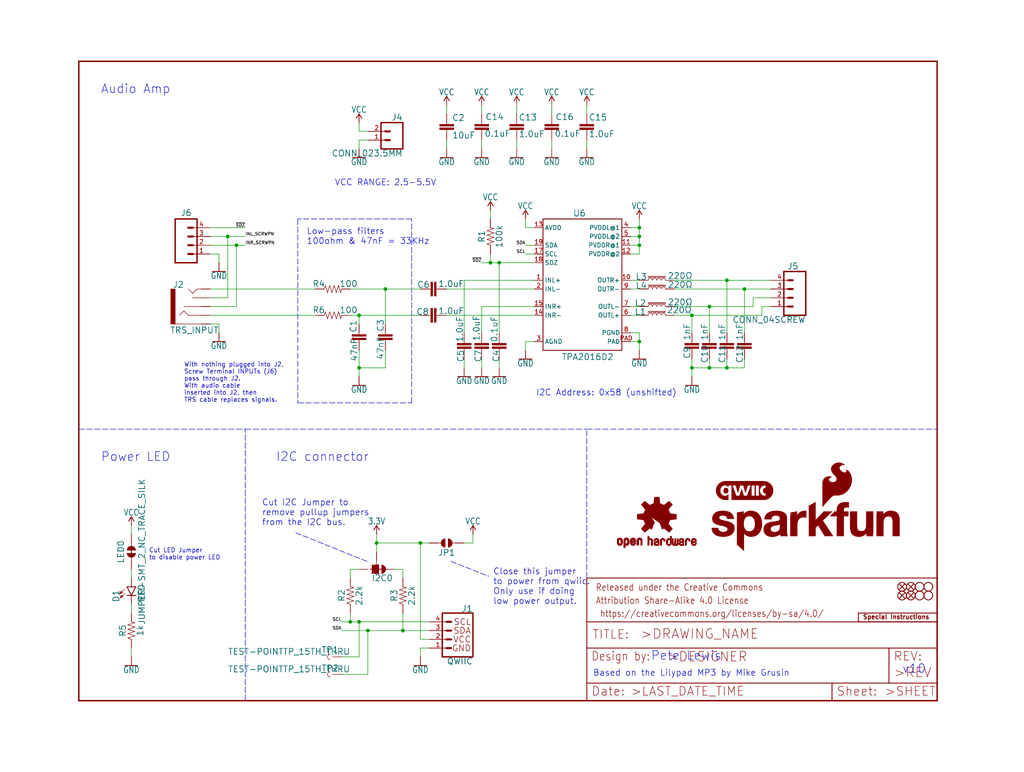
<source format=kicad_sch>
(kicad_sch (version 20211123) (generator eeschema)
  (paper "User" 297.002 223.926)
  (lib_symbols
    (symbol "eagleSchem-eagle-import:0.1UF-0402T-16V-10%-X7R-WE"
      (property "Reference" "C" (at 1.524 2.921 0))
      (property "Value" "0.1UF-0402T-16V-10%-X7R-WE" (at 1.524 -2.159 0))
      (symbol "0.1UF-0402T-16V-10%-X7R-WE_1_0"
        (pin passive line (at 0 5.08 270) (length 2.54) (name "1") (number "1"))
        (pin passive line (at 0 -2.54 90) (length 2.54) (name "2") (number "2"))
      )
    )
    (symbol "eagleSchem-eagle-import:1.0NF{slash}1000PF-0402-25V-10%-X7R"
      (property "Reference" "C" (at 1.524 2.921 0))
      (property "Value" "1.0NF{slash}1000PF-0402-25V-10%-X7R" (at 1.524 -2.159 0))
      (symbol "1.0NF{slash}1000PF-0402-25V-10%-X7R_1_0"
        (pin passive line (at 0 5.08 270) (length 2.54) (name "1") (number "1"))
        (pin passive line (at 0 -2.54 90) (length 2.54) (name "2") (number "2"))
      )
    )
    (symbol "eagleSchem-eagle-import:1.0UF-0402T-16V-10%"
      (property "Reference" "C" (at 1.524 2.921 0))
      (property "Value" "1.0UF-0402T-16V-10%" (at 1.524 -2.159 0))
      (symbol "1.0UF-0402T-16V-10%_1_0"
        (pin passive line (at 0 5.08 270) (length 2.54) (name "1") (number "1"))
        (pin passive line (at 0 -2.54 90) (length 2.54) (name "2") (number "2"))
      )
    )
    (symbol "eagleSchem-eagle-import:100KOHM-0402T-1{slash}16W-1%"
      (property "Reference" "R" (at 0 1.524 0))
      (property "Value" "100KOHM-0402T-1{slash}16W-1%" (at 0 -1.524 0))
      (symbol "100KOHM-0402T-1{slash}16W-1%_1_0"
        (pin passive line (at -5.08 0 0) (length 2.54) (name "1") (number "1"))
        (pin passive line (at 5.08 0 180) (length 2.54) (name "2") (number "2"))
      )
    )
    (symbol "eagleSchem-eagle-import:100OHM-0402-TIGHT-1{slash}16W-1%"
      (property "Reference" "R" (at 0 1.524 0))
      (property "Value" "100OHM-0402-TIGHT-1{slash}16W-1%" (at 0 -1.524 0))
      (symbol "100OHM-0402-TIGHT-1{slash}16W-1%_1_0"
        (pin passive line (at -5.08 0 0) (length 2.54) (name "1") (number "1"))
        (pin passive line (at 5.08 0 180) (length 2.54) (name "2") (number "2"))
      )
    )
    (symbol "eagleSchem-eagle-import:10UF-0805-25V-10%"
      (property "Reference" "C" (at 1.524 2.921 0))
      (property "Value" "10UF-0805-25V-10%" (at 1.524 -2.159 0))
      (symbol "10UF-0805-25V-10%_1_0"
        (pin passive line (at 0 5.08 270) (length 2.54) (name "1") (number "1"))
        (pin passive line (at 0 -2.54 90) (length 2.54) (name "2") (number "2"))
      )
    )
    (symbol "eagleSchem-eagle-import:1KOHM-0402T-1{slash}16W-1%"
      (property "Reference" "R" (at 0 1.524 0))
      (property "Value" "1KOHM-0402T-1{slash}16W-1%" (at 0 -1.524 0))
      (symbol "1KOHM-0402T-1{slash}16W-1%_1_0"
        (pin passive line (at -5.08 0 0) (length 2.54) (name "1") (number "1"))
        (pin passive line (at 5.08 0 180) (length 2.54) (name "2") (number "2"))
      )
    )
    (symbol "eagleSchem-eagle-import:2.2KOHM-0402T-1{slash}16W-1%"
      (property "Reference" "R" (at 0 1.524 0))
      (property "Value" "2.2KOHM-0402T-1{slash}16W-1%" (at 0 -1.524 0))
      (symbol "2.2KOHM-0402T-1{slash}16W-1%_1_0"
        (pin passive line (at -5.08 0 0) (length 2.54) (name "1") (number "1"))
        (pin passive line (at 5.08 0 180) (length 2.54) (name "2") (number "2"))
      )
    )
    (symbol "eagleSchem-eagle-import:3.3V" (power)
      (property "Value" "3.3V" (at 0 2.794 0))
      (symbol "3.3V_1_0"
        (pin power_in line (at 0 0 90) (length 2.54) (name "3.3V") (number "1"))
      )
    )
    (symbol "eagleSchem-eagle-import:47NF-0402_TIGHT-25V-10%-X7R"
      (property "Reference" "C" (at 1.524 2.921 0))
      (property "Value" "47NF-0402_TIGHT-25V-10%-X7R" (at 1.524 -2.159 0))
      (symbol "47NF-0402_TIGHT-25V-10%-X7R_1_0"
        (pin passive line (at 0 5.08 270) (length 2.54) (name "1") (number "1"))
        (pin passive line (at 0 -2.54 90) (length 2.54) (name "2") (number "2"))
      )
    )
    (symbol "eagleSchem-eagle-import:AUDIO_JACK_3.5MM_SMD"
      (property "Reference" "J" (at -5.08 5.588 0))
      (property "Value" "AUDIO_JACK_3.5MM_SMD" (at -5.08 -7.62 0))
      (symbol "AUDIO_JACK_3.5MM_SMD_1_0"
        (pin bidirectional line (at 5.08 2.54 180) (length 2.54) (name "RING") (number "RING"))
        (pin bidirectional line (at 5.08 0 180) (length 2.54) (name "RSH") (number "RSH"))
        (pin bidirectional line (at 5.08 5.08 180) (length 2.54) (name "SLEEVE") (number "SLEEVE"))
        (pin bidirectional line (at 5.08 -5.08 180) (length 2.54) (name "TIP") (number "TIP"))
        (pin bidirectional line (at 5.08 -2.54 180) (length 2.54) (name "TSH") (number "TSH"))
      )
    )
    (symbol "eagleSchem-eagle-import:CONN_023.5MM"
      (property "Reference" "J" (at -2.54 5.588 0))
      (property "Value" "CONN_023.5MM" (at -2.54 -4.826 0))
      (symbol "CONN_023.5MM_1_0"
        (pin passive line (at 7.62 0 180) (length 5.08) (name "1") (number "1"))
        (pin passive line (at 7.62 2.54 180) (length 5.08) (name "2") (number "2"))
      )
    )
    (symbol "eagleSchem-eagle-import:CONN_04SCREW"
      (property "Reference" "J" (at -5.08 8.128 0))
      (property "Value" "CONN_04SCREW" (at -5.08 -7.366 0))
      (symbol "CONN_04SCREW_1_0"
        (pin passive line (at 5.08 -2.54 180) (length 5.08) (name "1") (number "1"))
        (pin passive line (at 5.08 0 180) (length 5.08) (name "2") (number "2"))
        (pin passive line (at 5.08 2.54 180) (length 5.08) (name "3") (number "3"))
        (pin passive line (at 5.08 5.08 180) (length 5.08) (name "4") (number "4"))
      )
    )
    (symbol "eagleSchem-eagle-import:FERRITE_BEAD-0805-220Ω-100MHZ-2A"
      (property "Reference" "FB" (at 1.27 2.54 0))
      (property "Value" "FERRITE_BEAD-0805-220Ω-100MHZ-2A" (at 1.27 -2.54 0))
      (symbol "FERRITE_BEAD-0805-220Ω-100MHZ-2A_1_0"
        (pin passive line (at 0 5.08 270) (length 2.54) (name "1") (number "1"))
        (pin passive line (at 0 -5.08 90) (length 2.54) (name "2") (number "2"))
      )
    )
    (symbol "eagleSchem-eagle-import:FIDUCIAL1X2")
    (symbol "eagleSchem-eagle-import:FRAME-LETTER"
      (symbol "FRAME-LETTER_2_0"
        (text " https://creativecommons.org/licenses/by-sa/4.0/" (at 2.54 24.13 0) (effects (font (size 1.9304 1.6408)) (justify left bottom)))
        (text ">DESIGNER" (at 23.114 11.176 0) (effects (font (size 2.7432 2.7432)) (justify left bottom)))
        (text ">DRAWING_NAME" (at 15.494 17.78 0) (effects (font (size 2.7432 2.7432)) (justify left bottom)))
        (text ">LAST_DATE_TIME" (at 12.7 1.27 0) (effects (font (size 2.54 2.54)) (justify left bottom)))
        (text ">REV" (at 88.9 6.604 0) (effects (font (size 2.7432 2.7432)) (justify left bottom)))
        (text ">SHEET" (at 86.36 1.27 0) (effects (font (size 2.54 2.54)) (justify left bottom)))
        (text "Attribution Share-Alike 4.0 License" (at 2.54 27.94 0) (effects (font (size 1.9304 1.6408)) (justify left bottom)))
        (text "Date:" (at 1.27 1.27 0) (effects (font (size 2.54 2.54)) (justify left bottom)))
        (text "Design by:" (at 1.27 11.43 0) (effects (font (size 2.54 2.159)) (justify left bottom)))
        (text "Released under the Creative Commons" (at 2.54 31.75 0) (effects (font (size 1.9304 1.6408)) (justify left bottom)))
        (text "REV:" (at 88.9 11.43 0) (effects (font (size 2.54 2.54)) (justify left bottom)))
        (text "Sheet:" (at 72.39 1.27 0) (effects (font (size 2.54 2.54)) (justify left bottom)))
        (text "TITLE:" (at 1.524 17.78 0) (effects (font (size 2.54 2.54)) (justify left bottom)))
      )
    )
    (symbol "eagleSchem-eagle-import:GND" (power)
      (property "Value" "GND" (at 0 -0.254 0))
      (symbol "GND_1_0"
        (pin power_in line (at 0 2.54 270) (length 2.54) (name "GND") (number "1"))
      )
    )
    (symbol "eagleSchem-eagle-import:JUMPER-SMT_2_NC_TRACE_SILK"
      (property "Reference" "JP" (at 0 3.048 0))
      (property "Value" "JUMPER-SMT_2_NC_TRACE_SILK" (at 0 -3.048 0))
      (symbol "JUMPER-SMT_2_NC_TRACE_SILK_1_0"
        (pin passive line (at -5.08 0 0) (length 2.54) (name "1") (number "1"))
        (pin passive line (at 5.08 0 180) (length 2.54) (name "2") (number "2"))
      )
    )
    (symbol "eagleSchem-eagle-import:JUMPER-SMT_2_NO_SILK"
      (property "Reference" "JP" (at 0 2.794 0))
      (property "Value" "JUMPER-SMT_2_NO_SILK" (at 0 -2.794 0))
      (symbol "JUMPER-SMT_2_NO_SILK_1_0"
        (pin passive line (at -5.08 0 0) (length 2.54) (name "1") (number "1"))
        (pin passive line (at 5.08 0 180) (length 2.54) (name "2") (number "2"))
      )
    )
    (symbol "eagleSchem-eagle-import:JUMPER-SMT_3_2-NC_TRACE_SILK"
      (property "Reference" "JP" (at 6.096 1.524 0))
      (property "Value" "JUMPER-SMT_3_2-NC_TRACE_SILK" (at 6.858 -1.524 0))
      (symbol "JUMPER-SMT_3_2-NC_TRACE_SILK_1_0"
        (pin passive line (at 0 5.08 270) (length 2.54) (name "1") (number "1"))
        (pin passive line (at -5.08 0 0) (length 2.54) (name "2") (number "2"))
        (pin passive line (at 0 -5.08 90) (length 2.54) (name "3") (number "3"))
      )
    )
    (symbol "eagleSchem-eagle-import:LED-RED0603"
      (property "Reference" "D" (at -3.429 -4.572 90))
      (property "Value" "LED-RED0603" (at 1.905 -4.572 90))
      (symbol "LED-RED0603_1_0"
        (pin passive line (at 0 2.54 270) (length 2.54) (name "A") (number "A"))
        (pin passive line (at 0 -5.08 90) (length 2.54) (name "C") (number "C"))
      )
    )
    (symbol "eagleSchem-eagle-import:OSHW-LOGOS")
    (symbol "eagleSchem-eagle-import:QWIIC_CONNECTORJS-1MM"
      (property "Reference" "J" (at -5.08 7.874 0))
      (property "Value" "QWIIC_CONNECTORJS-1MM" (at -5.08 -5.334 0))
      (symbol "QWIIC_CONNECTORJS-1MM_1_0"
        (text "GND" (at -4.572 -2.54 0) (effects (font (size 1.778 1.778)) (justify left)))
        (text "SCL" (at -4.572 5.08 0) (effects (font (size 1.778 1.778)) (justify left)))
        (text "SDA" (at -4.572 2.54 0) (effects (font (size 1.778 1.778)) (justify left)))
        (text "VCC" (at -4.572 0 0) (effects (font (size 1.778 1.778)) (justify left)))
        (pin power_in line (at 7.62 -2.54 180) (length 5.08) (name "1") (number "1"))
        (pin power_in line (at 7.62 0 180) (length 5.08) (name "2") (number "2"))
        (pin passive line (at 7.62 2.54 180) (length 5.08) (name "3") (number "3"))
        (pin passive line (at 7.62 5.08 180) (length 5.08) (name "4") (number "4"))
      )
    )
    (symbol "eagleSchem-eagle-import:QWIIC_LOGO_4MM")
    (symbol "eagleSchem-eagle-import:SFE_LOGO_NAME_FLAME.1_INCH")
    (symbol "eagleSchem-eagle-import:SPECIAL_INSTRUCTIONS-ORDERING"
      (symbol "SPECIAL_INSTRUCTIONS-ORDERING_1_0"
        (text "Special Instructions" (at 1.27 0.6985 0) (effects (font (size 1.27 1.27) (thickness 0.254) bold) (justify left bottom)))
      )
    )
    (symbol "eagleSchem-eagle-import:STAND-OFFTIGHT")
    (symbol "eagleSchem-eagle-import:TEST-POINTTP_15TH_THRU"
      (property "Reference" "TP" (at -2.54 2.54 0))
      (property "Value" "TEST-POINTTP_15TH_THRU" (at -2.54 -2.54 0))
      (symbol "TEST-POINTTP_15TH_THRU_1_0"
        (pin bidirectional line (at 0 0 180) (length 0) (name "1") (number "1"))
      )
    )
    (symbol "eagleSchem-eagle-import:TPA2016D2RTJ"
      (property "Reference" "U" (at -10.16 18.415 0))
      (property "Value" "TPA2016D2RTJ" (at -10.16 -20.955 0))
      (symbol "TPA2016D2RTJ_1_0"
        (pin input line (at -12.7 0 0) (length 2.54) (name "INL+") (number "1"))
        (pin output line (at 15.24 0 180) (length 2.54) (name "OUTR+") (number "10"))
        (pin power_in line (at 15.24 10.16 180) (length 2.54) (name "PVDDR@1") (number "11"))
        (pin power_in line (at 15.24 7.62 180) (length 2.54) (name "PVDDR@2") (number "12"))
        (pin power_in line (at -12.7 15.24 0) (length 2.54) (name "AVDD") (number "13"))
        (pin input line (at -12.7 -10.16 0) (length 2.54) (name "INR-") (number "14"))
        (pin input line (at -12.7 -7.62 0) (length 2.54) (name "INR+") (number "15"))
        (pin bidirectional line (at -12.7 7.62 0) (length 2.54) (name "SCL") (number "17"))
        (pin input line (at -12.7 5.08 0) (length 2.54) (name "SDZ") (number "18"))
        (pin bidirectional line (at -12.7 10.16 0) (length 2.54) (name "SDA") (number "19"))
        (pin input line (at -12.7 -2.54 0) (length 2.54) (name "INL-") (number "2"))
        (pin power_in line (at -12.7 -17.78 0) (length 2.54) (name "AGND") (number "3"))
        (pin power_in line (at 15.24 15.24 180) (length 2.54) (name "PVDDL@1") (number "4"))
        (pin power_in line (at 15.24 12.7 180) (length 2.54) (name "PVDDL@2") (number "5"))
        (pin output line (at 15.24 -10.16 180) (length 2.54) (name "OUTL+") (number "6"))
        (pin output line (at 15.24 -7.62 180) (length 2.54) (name "OUTL-") (number "7"))
        (pin power_in line (at 15.24 -15.24 180) (length 2.54) (name "PGND") (number "8"))
        (pin output line (at 15.24 -2.54 180) (length 2.54) (name "OUTR-") (number "9"))
        (pin power_in line (at 15.24 -17.78 180) (length 2.54) (name "PAD") (number "PAD"))
      )
    )
    (symbol "eagleSchem-eagle-import:VCC" (power)
      (property "Value" "VCC" (at 0 2.794 0))
      (symbol "VCC_1_0"
        (pin power_in line (at 0 0 90) (length 2.54) (name "VCC") (number "1"))
      )
    )
  )
  (junction (at 185.42 68.58))
  (junction (at 109.22 157.48))
  (junction (at 200.66 106.68))
  (junction (at 104.14 180.34))
  (junction (at 142.24 76.2))
  (junction (at 144.78 76.2))
  (junction (at 68.58 71.12))
  (junction (at 111.76 83.82))
  (junction (at 104.14 106.68))
  (junction (at 104.14 91.44))
  (junction (at 185.42 66.04))
  (junction (at 215.9 83.82))
  (junction (at 121.92 157.48))
  (junction (at 210.82 81.28))
  (junction (at 200.66 91.44))
  (junction (at 116.84 182.88))
  (junction (at 185.42 99.06))
  (junction (at 66.04 68.58))
  (junction (at 205.74 106.68))
  (junction (at 205.74 88.9))
  (junction (at 106.68 182.88))
  (junction (at 210.82 106.68))
  (junction (at 185.42 71.12))
  (junction (at 101.6 180.34))
  (wire (pts (xy 60.96 88.9) (xy 68.58 88.9)))
  (wire (pts (xy 60.96 71.12) (xy 68.58 71.12)))
  (wire (pts (xy 60.96 93.98) (xy 63.5 93.98)))
  (wire (pts (xy 149.86 33.02) (xy 149.86 30.48)))
  (wire (pts (xy 154.94 88.9) (xy 139.7 88.9)))
  (wire (pts (xy 104.14 91.44) (xy 104.14 93.98)))
  (wire (pts (xy 200.66 109.22) (xy 200.66 106.68)))
  (wire (pts (xy 139.7 43.18) (xy 139.7 40.64)))
  (wire (pts (xy 205.74 104.14) (xy 205.74 106.68)))
  (wire (pts (xy 142.24 76.2) (xy 139.7 76.2)))
  (polyline (pts (xy 106.426 162.814) (xy 85.598 154.432)))
  (wire (pts (xy 139.7 104.14) (xy 139.7 106.68)))
  (wire (pts (xy 215.9 106.68) (xy 210.82 106.68)))
  (wire (pts (xy 182.88 66.04) (xy 185.42 66.04)))
  (wire (pts (xy 185.42 99.06) (xy 182.88 99.06)))
  (wire (pts (xy 218.44 86.36) (xy 218.44 88.9)))
  (wire (pts (xy 182.88 96.52) (xy 185.42 96.52)))
  (wire (pts (xy 68.58 71.12) (xy 68.58 88.9)))
  (wire (pts (xy 137.16 157.48) (xy 134.62 157.48)))
  (wire (pts (xy 106.68 182.88) (xy 116.84 182.88)))
  (wire (pts (xy 195.58 91.44) (xy 200.66 91.44)))
  (wire (pts (xy 152.4 66.04) (xy 152.4 63.5)))
  (wire (pts (xy 104.14 40.64) (xy 104.14 43.18)))
  (wire (pts (xy 205.74 96.52) (xy 205.74 88.9)))
  (wire (pts (xy 185.42 99.06) (xy 185.42 101.6)))
  (wire (pts (xy 223.52 86.36) (xy 218.44 86.36)))
  (wire (pts (xy 99.06 182.88) (xy 106.68 182.88)))
  (wire (pts (xy 129.54 33.02) (xy 129.54 30.48)))
  (wire (pts (xy 60.96 66.04) (xy 71.12 66.04)))
  (wire (pts (xy 99.06 190.5) (xy 104.14 190.5)))
  (wire (pts (xy 152.4 101.6) (xy 152.4 99.06)))
  (wire (pts (xy 170.18 40.64) (xy 170.18 43.18)))
  (wire (pts (xy 129.54 40.64) (xy 129.54 43.18)))
  (wire (pts (xy 215.9 104.14) (xy 215.9 106.68)))
  (wire (pts (xy 106.68 195.58) (xy 106.68 182.88)))
  (wire (pts (xy 210.82 104.14) (xy 210.82 106.68)))
  (wire (pts (xy 60.96 86.36) (xy 66.04 86.36)))
  (wire (pts (xy 195.58 81.28) (xy 210.82 81.28)))
  (wire (pts (xy 38.1 177.8) (xy 38.1 175.26)))
  (wire (pts (xy 104.14 190.5) (xy 104.14 180.34)))
  (wire (pts (xy 134.62 104.14) (xy 134.62 106.68)))
  (wire (pts (xy 182.88 68.58) (xy 185.42 68.58)))
  (polyline (pts (xy 22.86 124.46) (xy 71.12 124.46)))
  (wire (pts (xy 99.06 195.58) (xy 106.68 195.58)))
  (wire (pts (xy 121.92 83.82) (xy 111.76 83.82)))
  (wire (pts (xy 111.76 83.82) (xy 111.76 93.98)))
  (wire (pts (xy 185.42 83.82) (xy 182.88 83.82)))
  (polyline (pts (xy 86.36 63.5) (xy 86.36 116.84)))
  (polyline (pts (xy 130.81 162.814) (xy 141.732 167.132)))
  (wire (pts (xy 154.94 81.28) (xy 134.62 81.28)))
  (wire (pts (xy 104.14 180.34) (xy 101.6 180.34)))
  (wire (pts (xy 101.6 83.82) (xy 111.76 83.82)))
  (wire (pts (xy 154.94 66.04) (xy 152.4 66.04)))
  (wire (pts (xy 38.1 165.1) (xy 38.1 167.64)))
  (wire (pts (xy 154.94 91.44) (xy 129.54 91.44)))
  (wire (pts (xy 154.94 73.66) (xy 152.4 73.66)))
  (wire (pts (xy 220.98 91.44) (xy 200.66 91.44)))
  (wire (pts (xy 111.76 106.68) (xy 104.14 106.68)))
  (wire (pts (xy 121.92 185.42) (xy 121.92 157.48)))
  (wire (pts (xy 116.84 165.1) (xy 116.84 167.64)))
  (wire (pts (xy 121.92 91.44) (xy 104.14 91.44)))
  (wire (pts (xy 223.52 81.28) (xy 210.82 81.28)))
  (wire (pts (xy 124.46 182.88) (xy 116.84 182.88)))
  (wire (pts (xy 101.6 165.1) (xy 104.14 165.1)))
  (wire (pts (xy 144.78 106.68) (xy 144.78 104.14)))
  (wire (pts (xy 91.44 83.82) (xy 60.96 83.82)))
  (wire (pts (xy 142.24 63.5) (xy 142.24 60.96)))
  (wire (pts (xy 160.02 43.18) (xy 160.02 40.64)))
  (wire (pts (xy 144.78 76.2) (xy 142.24 76.2)))
  (wire (pts (xy 195.58 83.82) (xy 215.9 83.82)))
  (polyline (pts (xy 170.18 124.46) (xy 271.78 124.46)))
  (wire (pts (xy 220.98 88.9) (xy 220.98 91.44)))
  (polyline (pts (xy 119.38 63.5) (xy 86.36 63.5)))
  (polyline (pts (xy 71.12 203.2) (xy 71.12 124.46)))
  (wire (pts (xy 116.84 177.8) (xy 116.84 182.88)))
  (wire (pts (xy 223.52 88.9) (xy 220.98 88.9)))
  (polyline (pts (xy 86.36 116.84) (xy 119.38 116.84)))
  (wire (pts (xy 109.22 157.48) (xy 109.22 160.02)))
  (wire (pts (xy 200.66 106.68) (xy 200.66 104.14)))
  (wire (pts (xy 114.3 165.1) (xy 116.84 165.1)))
  (wire (pts (xy 170.18 33.02) (xy 170.18 30.48)))
  (wire (pts (xy 101.6 180.34) (xy 99.06 180.34)))
  (wire (pts (xy 106.68 38.1) (xy 104.14 38.1)))
  (wire (pts (xy 91.44 91.44) (xy 60.96 91.44)))
  (wire (pts (xy 68.58 71.12) (xy 71.12 71.12)))
  (wire (pts (xy 182.88 73.66) (xy 185.42 73.66)))
  (wire (pts (xy 160.02 33.02) (xy 160.02 30.48)))
  (wire (pts (xy 144.78 96.52) (xy 144.78 76.2)))
  (wire (pts (xy 101.6 167.64) (xy 101.6 165.1)))
  (wire (pts (xy 218.44 88.9) (xy 205.74 88.9)))
  (wire (pts (xy 185.42 96.52) (xy 185.42 99.06)))
  (wire (pts (xy 139.7 88.9) (xy 139.7 96.52)))
  (wire (pts (xy 66.04 68.58) (xy 71.12 68.58)))
  (polyline (pts (xy 71.12 124.46) (xy 170.18 124.46)))
  (wire (pts (xy 137.16 157.48) (xy 137.16 154.94)))
  (wire (pts (xy 60.96 68.58) (xy 66.04 68.58)))
  (wire (pts (xy 63.5 93.98) (xy 63.5 96.52)))
  (wire (pts (xy 101.6 91.44) (xy 104.14 91.44)))
  (wire (pts (xy 104.14 101.6) (xy 104.14 106.68)))
  (wire (pts (xy 124.46 187.96) (xy 121.92 187.96)))
  (wire (pts (xy 109.22 154.94) (xy 109.22 157.48)))
  (wire (pts (xy 154.94 76.2) (xy 144.78 76.2)))
  (wire (pts (xy 200.66 96.52) (xy 200.66 91.44)))
  (wire (pts (xy 38.1 154.94) (xy 38.1 152.4)))
  (wire (pts (xy 154.94 83.82) (xy 129.54 83.82)))
  (wire (pts (xy 215.9 96.52) (xy 215.9 83.82)))
  (polyline (pts (xy 119.38 116.84) (xy 119.38 63.5)))
  (wire (pts (xy 38.1 190.5) (xy 38.1 187.96)))
  (wire (pts (xy 185.42 66.04) (xy 185.42 63.5)))
  (wire (pts (xy 124.46 180.34) (xy 104.14 180.34)))
  (wire (pts (xy 185.42 73.66) (xy 185.42 71.12)))
  (wire (pts (xy 195.58 88.9) (xy 205.74 88.9)))
  (wire (pts (xy 182.88 91.44) (xy 185.42 91.44)))
  (wire (pts (xy 63.5 73.66) (xy 63.5 76.2)))
  (wire (pts (xy 152.4 99.06) (xy 154.94 99.06)))
  (wire (pts (xy 139.7 33.02) (xy 139.7 30.48)))
  (wire (pts (xy 121.92 187.96) (xy 121.92 190.5)))
  (wire (pts (xy 205.74 106.68) (xy 200.66 106.68)))
  (wire (pts (xy 210.82 106.68) (xy 205.74 106.68)))
  (wire (pts (xy 60.96 73.66) (xy 63.5 73.66)))
  (wire (pts (xy 124.46 185.42) (xy 121.92 185.42)))
  (wire (pts (xy 134.62 81.28) (xy 134.62 96.52)))
  (wire (pts (xy 106.68 40.64) (xy 104.14 40.64)))
  (wire (pts (xy 111.76 101.6) (xy 111.76 106.68)))
  (wire (pts (xy 104.14 38.1) (xy 104.14 35.56)))
  (wire (pts (xy 124.46 157.48) (xy 121.92 157.48)))
  (wire (pts (xy 182.88 71.12) (xy 185.42 71.12)))
  (wire (pts (xy 66.04 68.58) (xy 66.04 86.36)))
  (wire (pts (xy 149.86 40.64) (xy 149.86 43.18)))
  (wire (pts (xy 223.52 83.82) (xy 215.9 83.82)))
  (wire (pts (xy 154.94 71.12) (xy 152.4 71.12)))
  (wire (pts (xy 121.92 157.48) (xy 109.22 157.48)))
  (polyline (pts (xy 170.18 167.64) (xy 170.18 124.46)))
  (wire (pts (xy 185.42 88.9) (xy 182.88 88.9)))
  (wire (pts (xy 185.42 71.12) (xy 185.42 68.58)))
  (wire (pts (xy 104.14 106.68) (xy 104.14 109.22)))
  (wire (pts (xy 142.24 76.2) (xy 142.24 73.66)))
  (wire (pts (xy 210.82 96.52) (xy 210.82 81.28)))
  (wire (pts (xy 185.42 81.28) (xy 182.88 81.28)))
  (wire (pts (xy 185.42 68.58) (xy 185.42 66.04)))
  (wire (pts (xy 101.6 177.8) (xy 101.6 180.34)))
  (text "Audio Amp" (at 29.21 27.432 180) (effects (font (size 2.54 2.54)) (justify left bottom)))
  (text "With nothing plugged into J2,\nScrew Terminal INPUTs (J6)\npass through J2.\nWith audio cable\ninserted into J2, then\nTRS cable replaces signals." (at 53.34 116.84 0) (effects (font (size 1.27 1.27)) (justify left bottom)))
  (text "I2C Address: 0x58 (unshifted)" (at 155.448 115.062 180) (effects (font (size 1.778 1.778)) (justify left bottom)))
  (text "VCC RANGE: 2.5-5.5V" (at 97.028 54.102 180) (effects (font (size 1.778 1.778)) (justify left bottom)))
  (text "Cut I2C Jumper to\nremove pullup jumpers\nfrom the I2C bus." (at 75.946 152.654 0) (effects (font (size 1.778 1.778)) (justify left bottom)))
  (text "Based on the Lilypad MP3 by Mike Grusin" (at 171.958 196.342 180) (effects (font (size 1.778 1.778)) (justify left bottom)))
  (text "Close this jumper\nto power from qwiic.\nOnly use if doing\nlow power output." (at 143.002 175.514 0) (effects (font (size 1.778 1.778)) (justify left bottom)))
  (text "Pete Lewis" (at 188.722 191.77 180) (effects (font (size 2.54 2.54)) (justify left bottom)))
  (text "Cut LED Jumper\nto disable power LED" (at 43.18 162.56 180) (effects (font (size 1.27 1.27)) (justify left bottom)))
  (text "I2C connector" (at 80.01 134.112 180) (effects (font (size 2.54 2.54)) (justify left bottom)))
  (text "Low-pass filters\n100ohm & 47nF = 33KHz" (at 88.9 71.12 180) (effects (font (size 1.778 1.778)) (justify left bottom)))
  (text "Power LED" (at 29.21 134.112 180) (effects (font (size 2.54 2.54)) (justify left bottom)))
  (text "v10" (at 261.62 195.58 180) (effects (font (size 2.54 2.54)) (justify left bottom)))
  (label "INR_SCRWPN" (at 71.12 71.12 0) (effects (font (size 0.889 0.889))))
  (label "~{SDZ}" (at 139.7 76.2 180) (effects (font (size 0.889 0.889))))
  (label "SCL" (at 99.06 180.34 180) (effects (font (size 0.889 0.889))))
  (label "SDA" (at 99.06 182.88 180) (effects (font (size 0.889 0.889))))
  (label "INL_SCRWPN" (at 71.12 68.58 0) (effects (font (size 0.889 0.889))))
  (label "~{SDZ}" (at 71.12 66.04 180) (effects (font (size 0.889 0.889))))
  (label "SDA" (at 152.4 71.12 180) (effects (font (size 0.889 0.889))))
  (label "SCL" (at 152.4 73.66 180) (effects (font (size 0.889 0.889))))
  (symbol (lib_id "eagleSchem-eagle-import:FIDUCIAL1X2") (at 264.16 172.72 0) (unit 1)
    (property "Reference" "FD4" (effects hide))
    (property "Value" "FIDUCIAL1X2" (effects hide))
    (property "Footprint" "eagleSchem:FIDUCIAL-1X2" (effects hide))
  )
  (symbol (lib_id "eagleSchem-eagle-import:FRAME-LETTER") (at 22.86 203.2 0) (unit 1)
    (property "Reference" "FRAME2" (effects hide))
    (property "Value" "FRAME-LETTER" (effects hide))
    (property "Footprint" "eagleSchem:CREATIVE_COMMONS" (effects hide))
  )
  (symbol (lib_id "eagleSchem-eagle-import:VCC") (at 185.42 63.5 0) (unit 1)
    (property "Reference" "#SUPPLY2" (effects hide))
    (property "Value" "VCC" (at 185.42 60.706 0) (effects (font (size 1.778 1.5113)) (justify bottom)))
    (property "Footprint" "eagleSchem:" (effects hide))
  )
  (symbol (lib_id "eagleSchem-eagle-import:VCC") (at 129.54 30.48 0) (unit 1)
    (property "Reference" "#SUPPLY3" (effects hide))
    (property "Value" "VCC" (at 129.54 27.686 0) (effects (font (size 1.778 1.5113)) (justify bottom)))
    (property "Footprint" "eagleSchem:" (effects hide))
  )
  (symbol (lib_id "eagleSchem-eagle-import:TEST-POINTTP_15TH_THRU") (at 99.06 195.58 180) (unit 1)
    (property "Reference" "TP2" (at 98.298 192.786 0) (effects (font (size 1.778 1.778)) (justify left bottom)))
    (property "Value" "TEST-POINTTP_15TH_THRU" (at 101.6 193.04 0) (effects (font (size 1.778 1.778)) (justify left bottom)))
    (property "Footprint" "eagleSchem:TP_15TH" (effects hide))
  )
  (symbol (lib_id "eagleSchem-eagle-import:STAND-OFFTIGHT") (at 266.7 170.18 0) (unit 1)
    (property "Reference" "H1" (effects hide))
    (property "Value" "STAND-OFFTIGHT" (effects hide))
    (property "Footprint" "eagleSchem:STAND-OFF-TIGHT" (effects hide))
  )
  (symbol (lib_id "eagleSchem-eagle-import:1.0NF{slash}1000PF-0402-25V-10%-X7R") (at 210.82 101.6 0) (unit 1)
    (property "Reference" "C11" (at 210.439 105.41 90) (effects (font (size 1.778 1.778)) (justify left bottom)))
    (property "Value" "1nF" (at 210.439 98.806 90) (effects (font (size 1.778 1.778)) (justify left bottom)))
    (property "Footprint" "eagleSchem:0402" (effects hide))
  )
  (symbol (lib_id "eagleSchem-eagle-import:GND") (at 160.02 45.72 0) (unit 1)
    (property "Reference" "#GND1" (effects hide))
    (property "Value" "GND" (at 160.02 45.974 0) (effects (font (size 1.778 1.5113)) (justify top)))
    (property "Footprint" "eagleSchem:" (effects hide))
  )
  (symbol (lib_id "eagleSchem-eagle-import:GND") (at 185.42 104.14 0) (unit 1)
    (property "Reference" "#GND6" (effects hide))
    (property "Value" "GND" (at 185.42 104.394 0) (effects (font (size 1.778 1.5113)) (justify top)))
    (property "Footprint" "eagleSchem:" (effects hide))
  )
  (symbol (lib_id "eagleSchem-eagle-import:0.1UF-0402T-16V-10%-X7R-WE") (at 144.78 101.6 0) (unit 1)
    (property "Reference" "C4" (at 142.875 101.346 90) (effects (font (size 1.778 1.778)) (justify right top)))
    (property "Value" "0.1uF" (at 144.399 99.314 90) (effects (font (size 1.778 1.778)) (justify left bottom)))
    (property "Footprint" "eagleSchem:0402-TIGHT" (effects hide))
  )
  (symbol (lib_id "eagleSchem-eagle-import:JUMPER-SMT_2_NO_SILK") (at 129.54 157.48 0) (unit 1)
    (property "Reference" "JP1" (effects hide))
    (property "Value" "JP1" (at 129.54 160.274 0) (effects (font (size 1.778 1.778))))
    (property "Footprint" "eagleSchem:SMT-JUMPER_2_NO_SILK" (effects hide))
  )
  (symbol (lib_id "eagleSchem-eagle-import:VCC") (at 104.14 35.56 0) (mirror y) (unit 1)
    (property "Reference" "#SUPPLY5" (effects hide))
    (property "Value" "VCC" (at 104.14 32.766 0) (effects (font (size 1.778 1.5113)) (justify bottom)))
    (property "Footprint" "eagleSchem:" (effects hide))
  )
  (symbol (lib_id "eagleSchem-eagle-import:GND") (at 134.62 109.22 0) (unit 1)
    (property "Reference" "#GND11" (effects hide))
    (property "Value" "GND" (at 134.62 109.474 0) (effects (font (size 1.778 1.5113)) (justify top)))
    (property "Footprint" "eagleSchem:" (effects hide))
  )
  (symbol (lib_id "eagleSchem-eagle-import:FERRITE_BEAD-0805-220Ω-100MHZ-2A") (at 190.5 83.82 90) (unit 1)
    (property "Reference" "L4" (at 187.706 81.788 90) (effects (font (size 1.778 1.778)) (justify left bottom)))
    (property "Value" "220Ω" (at 193.548 83.566 90) (effects (font (size 1.778 1.778)) (justify right top)))
    (property "Footprint" "eagleSchem:0805" (effects hide))
  )
  (symbol (lib_id "eagleSchem-eagle-import:1.0NF{slash}1000PF-0402-25V-10%-X7R") (at 215.9 101.6 0) (unit 1)
    (property "Reference" "C12" (at 215.519 105.41 90) (effects (font (size 1.778 1.778)) (justify left bottom)))
    (property "Value" "1nF" (at 215.519 98.806 90) (effects (font (size 1.778 1.778)) (justify left bottom)))
    (property "Footprint" "eagleSchem:0402" (effects hide))
  )
  (symbol (lib_id "eagleSchem-eagle-import:STAND-OFFTIGHT") (at 269.24 170.18 0) (unit 1)
    (property "Reference" "H2" (effects hide))
    (property "Value" "STAND-OFFTIGHT" (effects hide))
    (property "Footprint" "eagleSchem:STAND-OFF-TIGHT" (effects hide))
  )
  (symbol (lib_id "eagleSchem-eagle-import:47NF-0402_TIGHT-25V-10%-X7R") (at 104.14 99.06 0) (unit 1)
    (property "Reference" "C1" (at 103.505 96.52 90) (effects (font (size 1.778 1.778)) (justify left bottom)))
    (property "Value" "47nF" (at 103.759 104.902 90) (effects (font (size 1.778 1.778)) (justify left bottom)))
    (property "Footprint" "eagleSchem:0402-TIGHT" (effects hide))
  )
  (symbol (lib_id "eagleSchem-eagle-import:GND") (at 152.4 104.14 0) (unit 1)
    (property "Reference" "#GND4" (effects hide))
    (property "Value" "GND" (at 152.4 104.394 0) (effects (font (size 1.778 1.5113)) (justify top)))
    (property "Footprint" "eagleSchem:" (effects hide))
  )
  (symbol (lib_id "eagleSchem-eagle-import:TPA2016D2RTJ") (at 167.64 81.28 0) (unit 1)
    (property "Reference" "U6" (at 166.116 62.865 0) (effects (font (size 1.778 1.778)) (justify left bottom)))
    (property "Value" "TPA2016D2" (at 162.814 102.489 0) (effects (font (size 1.778 1.778)) (justify left top)))
    (property "Footprint" "eagleSchem:QFN-20-0.5MM" (effects hide))
  )
  (symbol (lib_id "eagleSchem-eagle-import:FERRITE_BEAD-0805-220Ω-100MHZ-2A") (at 190.5 81.28 90) (unit 1)
    (property "Reference" "L3" (at 187.706 79.248 90) (effects (font (size 1.778 1.778)) (justify left bottom)))
    (property "Value" "220Ω" (at 193.548 81.026 90) (effects (font (size 1.778 1.778)) (justify right top)))
    (property "Footprint" "eagleSchem:0805" (effects hide))
  )
  (symbol (lib_id "eagleSchem-eagle-import:2.2KOHM-0402T-1{slash}16W-1%") (at 101.6 172.72 90) (unit 1)
    (property "Reference" "R2" (at 100.076 172.72 0) (effects (font (size 1.778 1.778)) (justify bottom)))
    (property "Value" "2.2k" (at 103.124 172.72 0) (effects (font (size 1.778 1.778)) (justify top)))
    (property "Footprint" "eagleSchem:0402-TIGHT" (effects hide))
  )
  (symbol (lib_id "eagleSchem-eagle-import:GND") (at 139.7 109.22 0) (unit 1)
    (property "Reference" "#GND13" (effects hide))
    (property "Value" "GND" (at 139.7 109.474 0) (effects (font (size 1.778 1.5113)) (justify top)))
    (property "Footprint" "eagleSchem:" (effects hide))
  )
  (symbol (lib_id "eagleSchem-eagle-import:GND") (at 63.5 78.74 0) (mirror y) (unit 1)
    (property "Reference" "#GND14" (effects hide))
    (property "Value" "GND" (at 63.5 78.994 0) (effects (font (size 1.778 1.5113)) (justify top)))
    (property "Footprint" "eagleSchem:" (effects hide))
  )
  (symbol (lib_id "eagleSchem-eagle-import:47NF-0402_TIGHT-25V-10%-X7R") (at 111.76 99.06 0) (unit 1)
    (property "Reference" "C3" (at 111.379 96.266 90) (effects (font (size 1.778 1.778)) (justify left bottom)))
    (property "Value" "47nF" (at 111.379 104.394 90) (effects (font (size 1.778 1.778)) (justify left bottom)))
    (property "Footprint" "eagleSchem:0402-TIGHT" (effects hide))
  )
  (symbol (lib_id "eagleSchem-eagle-import:JUMPER-SMT_3_2-NC_TRACE_SILK") (at 109.22 165.1 270) (unit 1)
    (property "Reference" "I2C0" (at 107.696 168.656 90) (effects (font (size 1.778 1.778)) (justify left bottom)))
    (property "Value" "JUMPER-SMT_3_2-NC_TRACE_SILK" (effects hide))
    (property "Footprint" "eagleSchem:SMT-JUMPER_3_2-NC_TRACE_SILK" (effects hide))
  )
  (symbol (lib_id "eagleSchem-eagle-import:FIDUCIAL1X2") (at 261.62 172.72 0) (unit 1)
    (property "Reference" "FD3" (effects hide))
    (property "Value" "FIDUCIAL1X2" (effects hide))
    (property "Footprint" "eagleSchem:FIDUCIAL-1X2" (effects hide))
  )
  (symbol (lib_id "eagleSchem-eagle-import:FIDUCIAL1X2") (at 264.16 170.18 0) (unit 1)
    (property "Reference" "FD1" (effects hide))
    (property "Value" "FIDUCIAL1X2" (effects hide))
    (property "Footprint" "eagleSchem:FIDUCIAL-1X2" (effects hide))
  )
  (symbol (lib_id "eagleSchem-eagle-import:1.0UF-0402T-16V-10%") (at 170.18 38.1 0) (unit 1)
    (property "Reference" "C15" (at 170.688 35.052 0) (effects (font (size 1.778 1.778)) (justify left bottom)))
    (property "Value" "1.0uF" (at 170.688 39.878 0) (effects (font (size 1.778 1.778)) (justify left bottom)))
    (property "Footprint" "eagleSchem:0402-TIGHT" (effects hide))
  )
  (symbol (lib_id "eagleSchem-eagle-import:FIDUCIAL1X2") (at 261.62 170.18 0) (unit 1)
    (property "Reference" "FD2" (effects hide))
    (property "Value" "FIDUCIAL1X2" (effects hide))
    (property "Footprint" "eagleSchem:FIDUCIAL-1X2" (effects hide))
  )
  (symbol (lib_id "eagleSchem-eagle-import:0.1UF-0402T-16V-10%-X7R-WE") (at 160.02 38.1 0) (unit 1)
    (property "Reference" "C16" (at 161.036 34.925 0) (effects (font (size 1.778 1.778)) (justify left bottom)))
    (property "Value" "0.1uF" (at 160.782 39.751 0) (effects (font (size 1.778 1.778)) (justify left bottom)))
    (property "Footprint" "eagleSchem:0402-TIGHT" (effects hide))
  )
  (symbol (lib_id "eagleSchem-eagle-import:1.0UF-0402T-16V-10%") (at 139.7 99.06 180) (unit 1)
    (property "Reference" "C7" (at 137.668 101.346 90) (effects (font (size 1.778 1.778)) (justify left bottom)))
    (property "Value" "1.0uF" (at 139.192 99.06 90) (effects (font (size 1.778 1.778)) (justify right top)))
    (property "Footprint" "eagleSchem:0402-TIGHT" (effects hide))
  )
  (symbol (lib_id "eagleSchem-eagle-import:STAND-OFFTIGHT") (at 269.24 172.72 0) (unit 1)
    (property "Reference" "H4" (effects hide))
    (property "Value" "STAND-OFFTIGHT" (effects hide))
    (property "Footprint" "eagleSchem:STAND-OFF-TIGHT" (effects hide))
  )
  (symbol (lib_id "eagleSchem-eagle-import:2.2KOHM-0402T-1{slash}16W-1%") (at 116.84 172.72 90) (unit 1)
    (property "Reference" "R3" (at 115.316 172.72 0) (effects (font (size 1.778 1.778)) (justify bottom)))
    (property "Value" "2.2k" (at 118.364 172.72 0) (effects (font (size 1.778 1.778)) (justify top)))
    (property "Footprint" "eagleSchem:0402-TIGHT" (effects hide))
  )
  (symbol (lib_id "eagleSchem-eagle-import:GND") (at 200.66 111.76 0) (unit 1)
    (property "Reference" "#GND7" (effects hide))
    (property "Value" "GND" (at 200.66 112.014 0) (effects (font (size 1.778 1.5113)) (justify top)))
    (property "Footprint" "eagleSchem:" (effects hide))
  )
  (symbol (lib_id "eagleSchem-eagle-import:VCC") (at 38.1 152.4 0) (unit 1)
    (property "Reference" "#SUPPLY9" (effects hide))
    (property "Value" "VCC" (at 38.1 149.606 0) (effects (font (size 1.778 1.5113)) (justify bottom)))
    (property "Footprint" "eagleSchem:" (effects hide))
  )
  (symbol (lib_id "eagleSchem-eagle-import:FERRITE_BEAD-0805-220Ω-100MHZ-2A") (at 190.5 88.9 90) (unit 1)
    (property "Reference" "L2" (at 187.452 86.868 90) (effects (font (size 1.778 1.778)) (justify left bottom)))
    (property "Value" "220Ω" (at 193.548 88.646 90) (effects (font (size 1.778 1.778)) (justify right top)))
    (property "Footprint" "eagleSchem:0805" (effects hide))
  )
  (symbol (lib_id "eagleSchem-eagle-import:1.0UF-0402T-16V-10%") (at 134.62 99.06 180) (unit 1)
    (property "Reference" "C5" (at 132.588 101.346 90) (effects (font (size 1.778 1.778)) (justify left bottom)))
    (property "Value" "1.0uF" (at 134.366 99.314 90) (effects (font (size 1.778 1.778)) (justify right top)))
    (property "Footprint" "eagleSchem:0402-TIGHT" (effects hide))
  )
  (symbol (lib_id "eagleSchem-eagle-import:VCC") (at 170.18 30.48 0) (unit 1)
    (property "Reference" "#SUPPLY10" (effects hide))
    (property "Value" "VCC" (at 170.18 27.686 0) (effects (font (size 1.778 1.5113)) (justify bottom)))
    (property "Footprint" "eagleSchem:" (effects hide))
  )
  (symbol (lib_id "eagleSchem-eagle-import:AUDIO_JACK_3.5MM_SMD") (at 55.88 88.9 0) (mirror x) (unit 1)
    (property "Reference" "J2" (at 50.038 81.534 0) (effects (font (size 1.778 1.778)) (justify left bottom)))
    (property "Value" "TRS_INPUT" (at 49.276 94.742 0) (effects (font (size 1.778 1.778)) (justify left bottom)))
    (property "Footprint" "eagleSchem:AUDIO-JACK-3.5MM-SMD" (effects hide))
  )
  (symbol (lib_id "eagleSchem-eagle-import:100KOHM-0402T-1{slash}16W-1%") (at 142.24 68.58 90) (unit 1)
    (property "Reference" "R1" (at 140.716 68.58 0) (effects (font (size 1.778 1.778)) (justify bottom)))
    (property "Value" "100k" (at 143.764 68.58 0) (effects (font (size 1.778 1.778)) (justify top)))
    (property "Footprint" "eagleSchem:0402-TIGHT" (effects hide))
  )
  (symbol (lib_id "eagleSchem-eagle-import:100OHM-0402-TIGHT-1{slash}16W-1%") (at 96.52 91.44 0) (unit 1)
    (property "Reference" "R6" (at 92.456 90.932 0) (effects (font (size 1.778 1.778)) (justify bottom)))
    (property "Value" "100" (at 101.092 90.932 0) (effects (font (size 1.778 1.778)) (justify bottom)))
    (property "Footprint" "eagleSchem:0402-TIGHT" (effects hide))
  )
  (symbol (lib_id "eagleSchem-eagle-import:GND") (at 104.14 111.76 0) (unit 1)
    (property "Reference" "#GND5" (effects hide))
    (property "Value" "GND" (at 104.14 112.014 0) (effects (font (size 1.778 1.5113)) (justify top)))
    (property "Footprint" "eagleSchem:" (effects hide))
  )
  (symbol (lib_id "eagleSchem-eagle-import:0.1UF-0402T-16V-10%-X7R-WE") (at 139.7 38.1 0) (unit 1)
    (property "Reference" "C14" (at 140.716 34.925 0) (effects (font (size 1.778 1.778)) (justify left bottom)))
    (property "Value" "0.1uF" (at 140.462 39.751 0) (effects (font (size 1.778 1.778)) (justify left bottom)))
    (property "Footprint" "eagleSchem:0402-TIGHT" (effects hide))
  )
  (symbol (lib_id "eagleSchem-eagle-import:LED-RED0603") (at 38.1 170.18 0) (unit 1)
    (property "Reference" "D1" (at 34.671 174.752 90) (effects (font (size 1.778 1.778)) (justify left bottom)))
    (property "Value" "RED" (at 40.005 174.752 90) (effects (font (size 1.778 1.778)) (justify left top)))
    (property "Footprint" "eagleSchem:LED-0603" (effects hide))
  )
  (symbol (lib_id "eagleSchem-eagle-import:FRAME-LETTER") (at 170.18 203.2 0) (unit 2)
    (property "Reference" "FRAME2" (effects hide))
    (property "Value" "FRAME-LETTER" (effects hide))
    (property "Footprint" "eagleSchem:CREATIVE_COMMONS" (effects hide))
  )
  (symbol (lib_id "eagleSchem-eagle-import:CONN_04SCREW") (at 55.88 71.12 0) (unit 1)
    (property "Reference" "J6" (at 52.324 62.738 0) (effects (font (size 1.778 1.778)) (justify left bottom)))
    (property "Value" "SCREW" (effects hide))
    (property "Footprint" "eagleSchem:SCREWTERMINAL-3.5MM-4" (effects hide))
  )
  (symbol (lib_id "eagleSchem-eagle-import:CONN_023.5MM") (at 114.3 40.64 0) (mirror y) (unit 1)
    (property "Reference" "J4" (at 116.84 35.052 0) (effects (font (size 1.778 1.778)) (justify left bottom)))
    (property "Value" "CONN_023.5MM" (at 116.84 45.466 0) (effects (font (size 1.778 1.778)) (justify left bottom)))
    (property "Footprint" "eagleSchem:SCREWTERMINAL-3.5MM-2" (effects hide))
  )
  (symbol (lib_id "eagleSchem-eagle-import:FERRITE_BEAD-0805-220Ω-100MHZ-2A") (at 190.5 91.44 90) (unit 1)
    (property "Reference" "L1" (at 187.452 89.408 90) (effects (font (size 1.778 1.778)) (justify left bottom)))
    (property "Value" "220Ω" (at 193.294 90.932 90) (effects (font (size 1.778 1.778)) (justify right top)))
    (property "Footprint" "eagleSchem:0805" (effects hide))
  )
  (symbol (lib_id "eagleSchem-eagle-import:1.0UF-0402T-16V-10%") (at 127 83.82 90) (unit 1)
    (property "Reference" "C6" (at 124.714 81.534 90) (effects (font (size 1.778 1.778)) (justify left bottom)))
    (property "Value" "1.0uF" (at 127 83.312 90) (effects (font (size 1.778 1.778)) (justify right top)))
    (property "Footprint" "eagleSchem:0402-TIGHT" (effects hide))
  )
  (symbol (lib_id "eagleSchem-eagle-import:100OHM-0402-TIGHT-1{slash}16W-1%") (at 96.52 83.82 0) (unit 1)
    (property "Reference" "R4" (at 92.456 83.312 0) (effects (font (size 1.778 1.778)) (justify bottom)))
    (property "Value" "100" (at 101.092 83.312 0) (effects (font (size 1.778 1.778)) (justify bottom)))
    (property "Footprint" "eagleSchem:0402-TIGHT" (effects hide))
  )
  (symbol (lib_id "eagleSchem-eagle-import:GND") (at 139.7 45.72 0) (unit 1)
    (property "Reference" "#GND9" (effects hide))
    (property "Value" "GND" (at 139.7 45.974 0) (effects (font (size 1.778 1.5113)) (justify top)))
    (property "Footprint" "eagleSchem:" (effects hide))
  )
  (symbol (lib_id "eagleSchem-eagle-import:QWIIC_LOGO_4MM") (at 215.9 142.24 0) (unit 1)
    (property "Reference" "LOGO3" (effects hide))
    (property "Value" "QWIIC_LOGO_4MM" (effects hide))
    (property "Footprint" "eagleSchem:QWIIC_4MM" (effects hide))
  )
  (symbol (lib_id "eagleSchem-eagle-import:VCC") (at 160.02 30.48 0) (unit 1)
    (property "Reference" "#SUPPLY7" (effects hide))
    (property "Value" "VCC" (at 160.02 27.686 0) (effects (font (size 1.778 1.5113)) (justify bottom)))
    (property "Footprint" "eagleSchem:" (effects hide))
  )
  (symbol (lib_id "eagleSchem-eagle-import:GND") (at 38.1 193.04 0) (unit 1)
    (property "Reference" "#GND3" (effects hide))
    (property "Value" "GND" (at 38.1 193.294 0) (effects (font (size 1.778 1.5113)) (justify top)))
    (property "Footprint" "eagleSchem:" (effects hide))
  )
  (symbol (lib_id "eagleSchem-eagle-import:GND") (at 104.14 45.72 0) (unit 1)
    (property "Reference" "#GND15" (effects hide))
    (property "Value" "GND" (at 104.14 45.974 0) (effects (font (size 1.778 1.5113)) (justify top)))
    (property "Footprint" "eagleSchem:" (effects hide))
  )
  (symbol (lib_id "eagleSchem-eagle-import:SFE_LOGO_NAME_FLAME.1_INCH") (at 205.74 160.02 0) (unit 1)
    (property "Reference" "LOGO2" (effects hide))
    (property "Value" "SFE_LOGO_NAME_FLAME.1_INCH" (effects hide))
    (property "Footprint" "eagleSchem:SFE_LOGO_NAME_FLAME_.1" (effects hide))
  )
  (symbol (lib_id "eagleSchem-eagle-import:GND") (at 63.5 99.06 0) (unit 1)
    (property "Reference" "#GND12" (effects hide))
    (property "Value" "GND" (at 63.5 99.314 0) (effects (font (size 1.778 1.5113)) (justify top)))
    (property "Footprint" "eagleSchem:" (effects hide))
  )
  (symbol (lib_id "eagleSchem-eagle-import:QWIIC_CONNECTORJS-1MM") (at 132.08 185.42 0) (mirror y) (unit 1)
    (property "Reference" "J1" (at 137.16 177.546 0) (effects (font (size 1.778 1.778)) (justify left bottom)))
    (property "Value" "QWIIC" (at 129.54 192.786 0) (effects (font (size 1.778 1.778)) (justify right bottom)))
    (property "Footprint" "eagleSchem:JST04_1MM_RA" (effects hide))
  )
  (symbol (lib_id "eagleSchem-eagle-import:CONN_04SCREW") (at 228.6 86.36 0) (mirror y) (unit 1)
    (property "Reference" "J5" (at 231.648 78.232 0) (effects (font (size 1.778 1.778)) (justify left bottom)))
    (property "Value" "CONN_04SCREW" (at 233.68 93.726 0) (effects (font (size 1.778 1.778)) (justify left bottom)))
    (property "Footprint" "eagleSchem:SCREWTERMINAL-3.5MM-4" (effects hide))
  )
  (symbol (lib_id "eagleSchem-eagle-import:1.0UF-0402T-16V-10%") (at 149.86 38.1 0) (unit 1)
    (property "Reference" "C13" (at 150.368 35.052 0) (effects (font (size 1.778 1.778)) (justify left bottom)))
    (property "Value" "1.0uF" (at 150.368 39.878 0) (effects (font (size 1.778 1.778)) (justify left bottom)))
    (property "Footprint" "eagleSchem:0402-TIGHT" (effects hide))
  )
  (symbol (lib_id "eagleSchem-eagle-import:VCC") (at 149.86 30.48 0) (unit 1)
    (property "Reference" "#SUPPLY6" (effects hide))
    (property "Value" "VCC" (at 149.86 27.686 0) (effects (font (size 1.778 1.5113)) (justify bottom)))
    (property "Footprint" "eagleSchem:" (effects hide))
  )
  (symbol (lib_id "eagleSchem-eagle-import:1KOHM-0402T-1{slash}16W-1%") (at 38.1 182.88 90) (unit 1)
    (property "Reference" "R5" (at 36.576 182.88 0) (effects (font (size 1.778 1.778)) (justify bottom)))
    (property "Value" "1k" (at 39.624 182.88 0) (effects (font (size 1.778 1.778)) (justify top)))
    (property "Footprint" "eagleSchem:0402-TIGHT" (effects hide))
  )
  (symbol (lib_id "eagleSchem-eagle-import:VCC") (at 142.24 60.96 0) (unit 1)
    (property "Reference" "#SUPPLY8" (effects hide))
    (property "Value" "VCC" (at 142.24 58.166 0) (effects (font (size 1.778 1.5113)) (justify bottom)))
    (property "Footprint" "eagleSchem:" (effects hide))
  )
  (symbol (lib_id "eagleSchem-eagle-import:GND") (at 170.18 45.72 0) (unit 1)
    (property "Reference" "#GND17" (effects hide))
    (property "Value" "GND" (at 170.18 45.974 0) (effects (font (size 1.778 1.5113)) (justify top)))
    (property "Footprint" "eagleSchem:" (effects hide))
  )
  (symbol (lib_id "eagleSchem-eagle-import:3.3V") (at 109.22 154.94 0) (mirror y) (unit 1)
    (property "Reference" "#SUPPLY19" (effects hide))
    (property "Value" "3.3V" (at 109.22 152.146 0) (effects (font (size 1.778 1.5113)) (justify bottom)))
    (property "Footprint" "eagleSchem:" (effects hide))
  )
  (symbol (lib_id "eagleSchem-eagle-import:STAND-OFFTIGHT") (at 266.7 172.72 0) (unit 1)
    (property "Reference" "H3" (effects hide))
    (property "Value" "STAND-OFFTIGHT" (effects hide))
    (property "Footprint" "eagleSchem:STAND-OFF-TIGHT" (effects hide))
  )
  (symbol (lib_id "eagleSchem-eagle-import:TEST-POINTTP_15TH_THRU") (at 99.06 190.5 180) (unit 1)
    (property "Reference" "TP1" (at 98.298 187.452 0) (effects (font (size 1.778 1.778)) (justify left bottom)))
    (property "Value" "TEST-POINTTP_15TH_THRU" (at 101.6 187.96 0) (effects (font (size 1.778 1.778)) (justify left bottom)))
    (property "Footprint" "eagleSchem:TP_15TH" (effects hide))
  )
  (symbol (lib_id "eagleSchem-eagle-import:GND") (at 121.92 193.04 0) (mirror y) (unit 1)
    (property "Reference" "#GND2" (effects hide))
    (property "Value" "GND" (at 121.92 193.294 0) (effects (font (size 1.778 1.5113)) (justify top)))
    (property "Footprint" "eagleSchem:" (effects hide))
  )
  (symbol (lib_id "eagleSchem-eagle-import:GND") (at 144.78 109.22 0) (unit 1)
    (property "Reference" "#GND16" (effects hide))
    (property "Value" "GND" (at 144.78 109.474 0) (effects (font (size 1.778 1.5113)) (justify top)))
    (property "Footprint" "eagleSchem:" (effects hide))
  )
  (symbol (lib_id "eagleSchem-eagle-import:10UF-0805-25V-10%") (at 129.54 38.1 0) (unit 1)
    (property "Reference" "C2" (at 131.064 35.179 0) (effects (font (size 1.778 1.778)) (justify left bottom)))
    (property "Value" "10uF" (at 131.064 40.259 0) (effects (font (size 1.778 1.778)) (justify left bottom)))
    (property "Footprint" "eagleSchem:0805" (effects hide))
  )
  (symbol (lib_id "eagleSchem-eagle-import:JUMPER-SMT_2_NC_TRACE_SILK") (at 38.1 160.02 90) (unit 1)
    (property "Reference" "LED0" (at 35.052 160.02 0) (effects (font (size 1.778 1.778))))
    (property "Value" "JUMPER-SMT_2_NC_TRACE_SILK" (at 41.148 160.02 0) (effects (font (size 1.778 1.778))))
    (property "Footprint" "eagleSchem:SMT-JUMPER_2_NC_TRACE_SILK" (effects hide))
  )
  (symbol (lib_id "eagleSchem-eagle-import:VCC") (at 139.7 30.48 0) (unit 1)
    (property "Reference" "#SUPPLY4" (effects hide))
    (property "Value" "VCC" (at 139.7 27.686 0) (effects (font (size 1.778 1.5113)) (justify bottom)))
    (property "Footprint" "eagleSchem:" (effects hide))
  )
  (symbol (lib_id "eagleSchem-eagle-import:1.0UF-0402T-16V-10%") (at 127 91.44 90) (unit 1)
    (property "Reference" "C8" (at 124.46 89.408 90) (effects (font (size 1.778 1.778)) (justify left bottom)))
    (property "Value" "1.0uF" (at 127 91.186 90) (effects (font (size 1.778 1.778)) (justify right top)))
    (property "Footprint" "eagleSchem:0402-TIGHT" (effects hide))
  )
  (symbol (lib_id "eagleSchem-eagle-import:VCC") (at 152.4 63.5 0) (unit 1)
    (property "Reference" "#SUPPLY1" (effects hide))
    (property "Value" "VCC" (at 152.4 60.706 0) (effects (font (size 1.778 1.5113)) (justify bottom)))
    (property "Footprint" "eagleSchem:" (effects hide))
  )
  (symbol (lib_id "eagleSchem-eagle-import:OSHW-LOGOS") (at 190.5 149.86 0) (unit 1)
    (property "Reference" "LOGO4" (effects hide))
    (property "Value" "OSHW-LOGOS" (effects hide))
    (property "Footprint" "eagleSchem:OSHW-LOGO-S" (effects hide))
  )
  (symbol (lib_id "eagleSchem-eagle-import:VCC") (at 137.16 154.94 0) (mirror y) (unit 1)
    (property "Reference" "#SUPPLY12" (effects hide))
    (property "Value" "VCC" (at 137.16 152.146 0) (effects (font (size 1.778 1.5113)) (justify bottom)))
    (property "Footprint" "eagleSchem:" (effects hide))
  )
  (symbol (lib_id "eagleSchem-eagle-import:1.0NF{slash}1000PF-0402-25V-10%-X7R") (at 205.74 101.6 0) (unit 1)
    (property "Reference" "C10" (at 205.359 105.41 90) (effects (font (size 1.778 1.778)) (justify left bottom)))
    (property "Value" "1nF" (at 205.359 98.806 90) (effects (font (size 1.778 1.778)) (justify left bottom)))
    (property "Footprint" "eagleSchem:0402" (effects hide))
  )
  (symbol (lib_id "eagleSchem-eagle-import:GND") (at 149.86 45.72 0) (unit 1)
    (property "Reference" "#GND8" (effects hide))
    (property "Value" "GND" (at 149.86 45.974 0) (effects (font (size 1.778 1.5113)) (justify top)))
    (property "Footprint" "eagleSchem:" (effects hide))
  )
  (symbol (lib_id "eagleSchem-eagle-import:SPECIAL_INSTRUCTIONS-ORDERING") (at 248.92 180.34 0) (unit 1)
    (property "Reference" "LOGO6" (effects hide))
    (property "Value" "SPECIAL_INSTRUCTIONS-ORDERING" (effects hide))
    (property "Footprint" "eagleSchem:ORDERING_INSTRUCTIONS" (effects hide))
    (property "Value" "SPECIAL_INSTRUCTIONS-ORDERING" (effects hide))
  )
  (symbol (lib_id "eagleSchem-eagle-import:GND") (at 129.54 45.72 0) (unit 1)
    (property "Reference" "#GND10" (effects hide))
    (property "Value" "GND" (at 129.54 45.974 0) (effects (font (size 1.778 1.5113)) (justify top)))
    (property "Footprint" "eagleSchem:" (effects hide))
  )
  (symbol (lib_id "eagleSchem-eagle-import:1.0NF{slash}1000PF-0402-25V-10%-X7R") (at 200.66 101.6 0) (unit 1)
    (property "Reference" "C9" (at 200.279 104.14 90) (effects (font (size 1.778 1.778)) (justify left bottom)))
    (property "Value" "1nF" (at 200.279 98.806 90) (effects (font (size 1.778 1.778)) (justify left bottom)))
    (property "Footprint" "eagleSchem:0402" (effects hide))
  )
)
</source>
